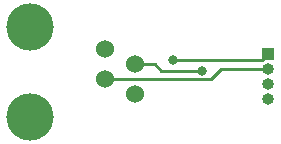
<source format=gbr>
%TF.GenerationSoftware,KiCad,Pcbnew,7.0.10-7.0.10~ubuntu22.04.1*%
%TF.CreationDate,2024-01-24T09:48:51-05:00*%
%TF.ProjectId,imu-rj-adapter,696d752d-726a-42d6-9164-61707465722e,rev?*%
%TF.SameCoordinates,Original*%
%TF.FileFunction,Copper,L1,Top*%
%TF.FilePolarity,Positive*%
%FSLAX46Y46*%
G04 Gerber Fmt 4.6, Leading zero omitted, Abs format (unit mm)*
G04 Created by KiCad (PCBNEW 7.0.10-7.0.10~ubuntu22.04.1) date 2024-01-24 09:48:51*
%MOMM*%
%LPD*%
G01*
G04 APERTURE LIST*
%TA.AperFunction,ComponentPad*%
%ADD10R,1.000000X1.000000*%
%TD*%
%TA.AperFunction,ComponentPad*%
%ADD11O,1.000000X1.000000*%
%TD*%
%TA.AperFunction,ComponentPad*%
%ADD12C,1.524000*%
%TD*%
%TA.AperFunction,ComponentPad*%
%ADD13C,4.000000*%
%TD*%
%TA.AperFunction,ViaPad*%
%ADD14C,0.800000*%
%TD*%
%TA.AperFunction,Conductor*%
%ADD15C,0.250000*%
%TD*%
G04 APERTURE END LIST*
D10*
%TO.P,J2,1,Pin_1*%
%TO.N,Net-(J1-Pin_1)*%
X74500000Y-63500000D03*
D11*
%TO.P,J2,2,Pin_2*%
%TO.N,Net-(J1-Pin_2)*%
X74500000Y-64770000D03*
%TO.P,J2,3,Pin_3*%
%TO.N,Net-(J1-Pin_3)*%
X74500000Y-66040000D03*
%TO.P,J2,4,Pin_4*%
%TO.N,Net-(J1-Pin_4)*%
X74500000Y-67310000D03*
%TD*%
D12*
%TO.P,J1,1*%
%TO.N,Net-(J1-Pin_4)*%
X60700000Y-63100000D03*
%TO.P,J1,2*%
%TO.N,Net-(J1-Pin_3)*%
X63240000Y-64370000D03*
%TO.P,J1,3*%
%TO.N,Net-(J1-Pin_2)*%
X60700000Y-65640000D03*
%TO.P,J1,4*%
%TO.N,Net-(J1-Pin_1)*%
X63240000Y-66910000D03*
D13*
%TO.P,J1,5*%
%TO.N,N/C*%
X54350000Y-61195000D03*
%TO.P,J1,6*%
X54350000Y-68820000D03*
%TD*%
D14*
%TO.N,Net-(J1-Pin_1)*%
X66400000Y-64000000D03*
%TO.N,Net-(J1-Pin_3)*%
X68900000Y-64900000D03*
%TD*%
D15*
%TO.N,Net-(J1-Pin_1)*%
X74500000Y-63500000D02*
X74000000Y-64000000D01*
X74000000Y-64000000D02*
X66400000Y-64000000D01*
%TO.N,Net-(J1-Pin_2)*%
X60700000Y-65640000D02*
X69660000Y-65640000D01*
X69660000Y-65640000D02*
X70530000Y-64770000D01*
X70530000Y-64770000D02*
X74500000Y-64770000D01*
%TO.N,Net-(J1-Pin_3)*%
X64870000Y-64370000D02*
X65400000Y-64900000D01*
X63240000Y-64370000D02*
X64870000Y-64370000D01*
X65400000Y-64900000D02*
X68900000Y-64900000D01*
%TD*%
M02*

</source>
